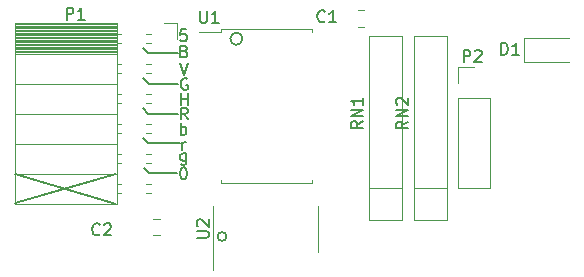
<source format=gto>
G04 #@! TF.GenerationSoftware,KiCad,Pcbnew,(5.1.4)-1*
G04 #@! TF.CreationDate,2020-04-10T17:06:02+01:00*
G04 #@! TF.ProjectId,buffer,62756666-6572-42e6-9b69-6361645f7063,rev?*
G04 #@! TF.SameCoordinates,Original*
G04 #@! TF.FileFunction,Legend,Top*
G04 #@! TF.FilePolarity,Positive*
%FSLAX46Y46*%
G04 Gerber Fmt 4.6, Leading zero omitted, Abs format (unit mm)*
G04 Created by KiCad (PCBNEW (5.1.4)-1) date 2020-04-10 17:06:02*
%MOMM*%
%LPD*%
G04 APERTURE LIST*
%ADD10C,0.150000*%
%ADD11C,0.120000*%
G04 APERTURE END LIST*
D10*
X45658140Y-51135280D02*
G75*
G03X45658140Y-51135280I-374200J0D01*
G01*
X47016782Y-34400960D02*
G75*
G03X47016782Y-34400960I-514782J0D01*
G01*
X27780800Y-48320960D02*
X36315200Y-45882560D01*
X27780800Y-45831760D02*
X36315200Y-48371760D01*
X39083800Y-45755560D02*
X41496800Y-45755560D01*
X38702800Y-45349160D02*
X39083800Y-45755560D01*
X39541000Y-43215560D02*
X41700000Y-43215560D01*
X39617200Y-38237160D02*
X41598400Y-38237160D01*
X39566400Y-40726360D02*
X41547600Y-40726360D01*
X39058400Y-35620960D02*
X41573000Y-35620960D01*
X38626600Y-35189160D02*
X39058400Y-35620960D01*
X39033000Y-43215560D02*
X38626600Y-42809160D01*
X39541000Y-43215560D02*
X39033000Y-43215560D01*
X39058400Y-40726360D02*
X38601200Y-40269160D01*
X39566400Y-40726360D02*
X39058400Y-40726360D01*
X39134600Y-38237160D02*
X38626600Y-37729160D01*
X39617200Y-38237160D02*
X39134600Y-38237160D01*
X41933371Y-43794940D02*
X41933371Y-43128274D01*
X41933371Y-43318750D02*
X41980990Y-43223512D01*
X42028609Y-43175893D01*
X42123847Y-43128274D01*
X42219085Y-43128274D01*
X42365123Y-41229540D02*
X42031790Y-40753350D01*
X41793695Y-41229540D02*
X41793695Y-40229540D01*
X42174647Y-40229540D01*
X42269885Y-40277160D01*
X42317504Y-40324779D01*
X42365123Y-40420017D01*
X42365123Y-40562874D01*
X42317504Y-40658112D01*
X42269885Y-40705731D01*
X42174647Y-40753350D01*
X41793695Y-40753350D01*
X42342904Y-37787960D02*
X42247666Y-37740340D01*
X42104809Y-37740340D01*
X41961952Y-37787960D01*
X41866714Y-37883198D01*
X41819095Y-37978436D01*
X41771476Y-38168912D01*
X41771476Y-38311769D01*
X41819095Y-38502245D01*
X41866714Y-38597483D01*
X41961952Y-38692721D01*
X42104809Y-38740340D01*
X42200047Y-38740340D01*
X42342904Y-38692721D01*
X42390523Y-38645102D01*
X42390523Y-38311769D01*
X42200047Y-38311769D01*
X41969880Y-45284140D02*
X42065119Y-45284140D01*
X42160357Y-45331760D01*
X42207976Y-45379379D01*
X42255595Y-45474617D01*
X42303214Y-45665093D01*
X42303214Y-45903188D01*
X42255595Y-46093664D01*
X42207976Y-46188902D01*
X42160357Y-46236521D01*
X42065119Y-46284140D01*
X41969880Y-46284140D01*
X41874642Y-46236521D01*
X41827023Y-46188902D01*
X41779404Y-46093664D01*
X41731785Y-45903188D01*
X41731785Y-45665093D01*
X41779404Y-45474617D01*
X41827023Y-45379379D01*
X41874642Y-45331760D01*
X41969880Y-45284140D01*
X42101628Y-35447931D02*
X42244485Y-35495550D01*
X42292104Y-35543169D01*
X42339723Y-35638407D01*
X42339723Y-35781264D01*
X42292104Y-35876502D01*
X42244485Y-35924121D01*
X42149247Y-35971740D01*
X41768295Y-35971740D01*
X41768295Y-34971740D01*
X42101628Y-34971740D01*
X42196866Y-35019360D01*
X42244485Y-35066979D01*
X42292104Y-35162217D01*
X42292104Y-35257455D01*
X42244485Y-35352693D01*
X42196866Y-35400312D01*
X42101628Y-35447931D01*
X41768295Y-35447931D01*
X42244485Y-44068074D02*
X42244485Y-44877598D01*
X42196866Y-44972836D01*
X42149247Y-45020455D01*
X42054009Y-45068074D01*
X41911152Y-45068074D01*
X41815914Y-45020455D01*
X42244485Y-44687121D02*
X42149247Y-44734740D01*
X41958771Y-44734740D01*
X41863533Y-44687121D01*
X41815914Y-44639502D01*
X41768295Y-44544264D01*
X41768295Y-44258550D01*
X41815914Y-44163312D01*
X41863533Y-44115693D01*
X41958771Y-44068074D01*
X42149247Y-44068074D01*
X42244485Y-44115693D01*
X41790514Y-42524940D02*
X41790514Y-41524940D01*
X41790514Y-41905893D02*
X41885752Y-41858274D01*
X42076228Y-41858274D01*
X42171466Y-41905893D01*
X42219085Y-41953512D01*
X42266704Y-42048750D01*
X42266704Y-42334464D01*
X42219085Y-42429702D01*
X42171466Y-42477321D01*
X42076228Y-42524940D01*
X41885752Y-42524940D01*
X41790514Y-42477321D01*
X41795285Y-39984940D02*
X41795285Y-38984940D01*
X41795285Y-39461131D02*
X42366714Y-39461131D01*
X42366714Y-39984940D02*
X42366714Y-38984940D01*
X41722266Y-36444940D02*
X42055600Y-37444940D01*
X42388933Y-36444940D01*
X42268295Y-33600140D02*
X41792104Y-33600140D01*
X41744485Y-34076331D01*
X41792104Y-34028712D01*
X41887342Y-33981093D01*
X42125438Y-33981093D01*
X42220676Y-34028712D01*
X42268295Y-34076331D01*
X42315914Y-34171569D01*
X42315914Y-34409664D01*
X42268295Y-34504902D01*
X42220676Y-34552521D01*
X42125438Y-34600140D01*
X41887342Y-34600140D01*
X41792104Y-34552521D01*
X41744485Y-34504902D01*
D11*
X61562340Y-49773660D02*
X64362340Y-49773660D01*
X64362340Y-49773660D02*
X64362340Y-34193660D01*
X64362340Y-34193660D02*
X61562340Y-34193660D01*
X61562340Y-34193660D02*
X61562340Y-49773660D01*
X61562340Y-47063660D02*
X64362340Y-47063660D01*
X65287400Y-36780160D02*
X66617400Y-36780160D01*
X65287400Y-38110160D02*
X65287400Y-36780160D01*
X65287400Y-39380160D02*
X67947400Y-39380160D01*
X67947400Y-39380160D02*
X67947400Y-47060160D01*
X65287400Y-39380160D02*
X65287400Y-47060160D01*
X65287400Y-47060160D02*
X67947400Y-47060160D01*
X27723800Y-33166360D02*
X36353800Y-33166360D01*
X27723800Y-33284455D02*
X36353800Y-33284455D01*
X27723800Y-33402550D02*
X36353800Y-33402550D01*
X27723800Y-33520645D02*
X36353800Y-33520645D01*
X27723800Y-33638740D02*
X36353800Y-33638740D01*
X27723800Y-33756835D02*
X36353800Y-33756835D01*
X27723800Y-33874930D02*
X36353800Y-33874930D01*
X27723800Y-33993025D02*
X36353800Y-33993025D01*
X27723800Y-34111120D02*
X36353800Y-34111120D01*
X27723800Y-34229215D02*
X36353800Y-34229215D01*
X27723800Y-34347310D02*
X36353800Y-34347310D01*
X27723800Y-34465405D02*
X36353800Y-34465405D01*
X27723800Y-34583500D02*
X36353800Y-34583500D01*
X27723800Y-34701595D02*
X36353800Y-34701595D01*
X27723800Y-34819690D02*
X36353800Y-34819690D01*
X27723800Y-34937785D02*
X36353800Y-34937785D01*
X27723800Y-35055880D02*
X36353800Y-35055880D01*
X27723800Y-35173975D02*
X36353800Y-35173975D01*
X27723800Y-35292070D02*
X36353800Y-35292070D01*
X27723800Y-35410165D02*
X36353800Y-35410165D01*
X27723800Y-35528260D02*
X36353800Y-35528260D01*
X36353800Y-34016360D02*
X36763800Y-34016360D01*
X38863800Y-34016360D02*
X39243800Y-34016360D01*
X36353800Y-34736360D02*
X36763800Y-34736360D01*
X38863800Y-34736360D02*
X39243800Y-34736360D01*
X36353800Y-36556360D02*
X36763800Y-36556360D01*
X38863800Y-36556360D02*
X39303800Y-36556360D01*
X36353800Y-37276360D02*
X36763800Y-37276360D01*
X38863800Y-37276360D02*
X39303800Y-37276360D01*
X36353800Y-39096360D02*
X36763800Y-39096360D01*
X38863800Y-39096360D02*
X39303800Y-39096360D01*
X36353800Y-39816360D02*
X36763800Y-39816360D01*
X38863800Y-39816360D02*
X39303800Y-39816360D01*
X36353800Y-41636360D02*
X36763800Y-41636360D01*
X38863800Y-41636360D02*
X39303800Y-41636360D01*
X36353800Y-42356360D02*
X36763800Y-42356360D01*
X38863800Y-42356360D02*
X39303800Y-42356360D01*
X36353800Y-44176360D02*
X36763800Y-44176360D01*
X38863800Y-44176360D02*
X39303800Y-44176360D01*
X36353800Y-44896360D02*
X36763800Y-44896360D01*
X38863800Y-44896360D02*
X39303800Y-44896360D01*
X36353800Y-46716360D02*
X36763800Y-46716360D01*
X38863800Y-46716360D02*
X39303800Y-46716360D01*
X36353800Y-47436360D02*
X36763800Y-47436360D01*
X38863800Y-47436360D02*
X39303800Y-47436360D01*
X27723800Y-35646360D02*
X36353800Y-35646360D01*
X27723800Y-38186360D02*
X36353800Y-38186360D01*
X27723800Y-40726360D02*
X36353800Y-40726360D01*
X27723800Y-43266360D02*
X36353800Y-43266360D01*
X27723800Y-45806360D02*
X36353800Y-45806360D01*
X27723800Y-33046360D02*
X36353800Y-33046360D01*
X36353800Y-33046360D02*
X36353800Y-48406360D01*
X27723800Y-48406360D02*
X36353800Y-48406360D01*
X27723800Y-33046360D02*
X27723800Y-48406360D01*
X41463800Y-33046360D02*
X41463800Y-34376360D01*
X40353800Y-33046360D02*
X41463800Y-33046360D01*
X49052000Y-46610960D02*
X52912000Y-46610960D01*
X52912000Y-46610960D02*
X52912000Y-46375960D01*
X49052000Y-46610960D02*
X45192000Y-46610960D01*
X45192000Y-46610960D02*
X45192000Y-46375960D01*
X49052000Y-33590960D02*
X52912000Y-33590960D01*
X52912000Y-33590960D02*
X52912000Y-33825960D01*
X49052000Y-33590960D02*
X45192000Y-33590960D01*
X45192000Y-33590960D02*
X45192000Y-33825960D01*
X45192000Y-33825960D02*
X43377000Y-33825960D01*
X57313252Y-33410960D02*
X56790748Y-33410960D01*
X57313252Y-31990960D02*
X56790748Y-31990960D01*
X70822000Y-34360960D02*
X70822000Y-36360960D01*
X70822000Y-36360960D02*
X74672000Y-36360960D01*
X70822000Y-34360960D02*
X74672000Y-34360960D01*
X57744720Y-47058580D02*
X60544720Y-47058580D01*
X57744720Y-34188580D02*
X57744720Y-49768580D01*
X60544720Y-34188580D02*
X57744720Y-34188580D01*
X60544720Y-49768580D02*
X60544720Y-34188580D01*
X57744720Y-49768580D02*
X60544720Y-49768580D01*
X39475328Y-49622640D02*
X39997832Y-49622640D01*
X39475328Y-51042640D02*
X39997832Y-51042640D01*
X53419720Y-50500280D02*
X53419720Y-48550280D01*
X53419720Y-50500280D02*
X53419720Y-52450280D01*
X44549720Y-50500280D02*
X44549720Y-48550280D01*
X44549720Y-50500280D02*
X44549720Y-53950280D01*
D10*
X61014720Y-41404136D02*
X60538530Y-41737469D01*
X61014720Y-41975564D02*
X60014720Y-41975564D01*
X60014720Y-41594612D01*
X60062340Y-41499374D01*
X60109959Y-41451755D01*
X60205197Y-41404136D01*
X60348054Y-41404136D01*
X60443292Y-41451755D01*
X60490911Y-41499374D01*
X60538530Y-41594612D01*
X60538530Y-41975564D01*
X61014720Y-40975564D02*
X60014720Y-40975564D01*
X61014720Y-40404136D01*
X60014720Y-40404136D01*
X60109959Y-39975564D02*
X60062340Y-39927945D01*
X60014720Y-39832707D01*
X60014720Y-39594612D01*
X60062340Y-39499374D01*
X60109959Y-39451755D01*
X60205197Y-39404136D01*
X60300435Y-39404136D01*
X60443292Y-39451755D01*
X61014720Y-40023183D01*
X61014720Y-39404136D01*
X65734524Y-36365440D02*
X65734524Y-35365440D01*
X66115477Y-35365440D01*
X66210715Y-35413060D01*
X66258334Y-35460679D01*
X66305953Y-35555917D01*
X66305953Y-35698774D01*
X66258334Y-35794012D01*
X66210715Y-35841631D01*
X66115477Y-35889250D01*
X65734524Y-35889250D01*
X66686905Y-35460679D02*
X66734524Y-35413060D01*
X66829762Y-35365440D01*
X67067858Y-35365440D01*
X67163096Y-35413060D01*
X67210715Y-35460679D01*
X67258334Y-35555917D01*
X67258334Y-35651155D01*
X67210715Y-35794012D01*
X66639286Y-36365440D01*
X67258334Y-36365440D01*
X32122704Y-32771340D02*
X32122704Y-31771340D01*
X32503657Y-31771340D01*
X32598895Y-31818960D01*
X32646514Y-31866579D01*
X32694133Y-31961817D01*
X32694133Y-32104674D01*
X32646514Y-32199912D01*
X32598895Y-32247531D01*
X32503657Y-32295150D01*
X32122704Y-32295150D01*
X33646514Y-32771340D02*
X33075085Y-32771340D01*
X33360800Y-32771340D02*
X33360800Y-31771340D01*
X33265561Y-31914198D01*
X33170323Y-32009436D01*
X33075085Y-32057055D01*
X43440095Y-32053340D02*
X43440095Y-32862864D01*
X43487714Y-32958102D01*
X43535333Y-33005721D01*
X43630571Y-33053340D01*
X43821047Y-33053340D01*
X43916285Y-33005721D01*
X43963904Y-32958102D01*
X44011523Y-32862864D01*
X44011523Y-32053340D01*
X45011523Y-33053340D02*
X44440095Y-33053340D01*
X44725809Y-33053340D02*
X44725809Y-32053340D01*
X44630571Y-32196198D01*
X44535333Y-32291436D01*
X44440095Y-32339055D01*
X53985333Y-32908102D02*
X53937714Y-32955721D01*
X53794857Y-33003340D01*
X53699619Y-33003340D01*
X53556761Y-32955721D01*
X53461523Y-32860483D01*
X53413904Y-32765245D01*
X53366285Y-32574769D01*
X53366285Y-32431912D01*
X53413904Y-32241436D01*
X53461523Y-32146198D01*
X53556761Y-32050960D01*
X53699619Y-32003340D01*
X53794857Y-32003340D01*
X53937714Y-32050960D01*
X53985333Y-32098579D01*
X54937714Y-33003340D02*
X54366285Y-33003340D01*
X54652000Y-33003340D02*
X54652000Y-32003340D01*
X54556761Y-32146198D01*
X54461523Y-32241436D01*
X54366285Y-32289055D01*
X68923904Y-35743340D02*
X68923904Y-34743340D01*
X69162000Y-34743340D01*
X69304857Y-34790960D01*
X69400095Y-34886198D01*
X69447714Y-34981436D01*
X69495333Y-35171912D01*
X69495333Y-35314769D01*
X69447714Y-35505245D01*
X69400095Y-35600483D01*
X69304857Y-35695721D01*
X69162000Y-35743340D01*
X68923904Y-35743340D01*
X70447714Y-35743340D02*
X69876285Y-35743340D01*
X70162000Y-35743340D02*
X70162000Y-34743340D01*
X70066761Y-34886198D01*
X69971523Y-34981436D01*
X69876285Y-35029055D01*
X57197100Y-41399056D02*
X56720910Y-41732389D01*
X57197100Y-41970484D02*
X56197100Y-41970484D01*
X56197100Y-41589532D01*
X56244720Y-41494294D01*
X56292339Y-41446675D01*
X56387577Y-41399056D01*
X56530434Y-41399056D01*
X56625672Y-41446675D01*
X56673291Y-41494294D01*
X56720910Y-41589532D01*
X56720910Y-41970484D01*
X57197100Y-40970484D02*
X56197100Y-40970484D01*
X57197100Y-40399056D01*
X56197100Y-40399056D01*
X57197100Y-39399056D02*
X57197100Y-39970484D01*
X57197100Y-39684770D02*
X56197100Y-39684770D01*
X56339958Y-39780008D01*
X56435196Y-39875246D01*
X56482815Y-39970484D01*
X34919173Y-50941242D02*
X34871554Y-50988861D01*
X34728697Y-51036480D01*
X34633459Y-51036480D01*
X34490601Y-50988861D01*
X34395363Y-50893623D01*
X34347744Y-50798385D01*
X34300125Y-50607909D01*
X34300125Y-50465052D01*
X34347744Y-50274576D01*
X34395363Y-50179338D01*
X34490601Y-50084100D01*
X34633459Y-50036480D01*
X34728697Y-50036480D01*
X34871554Y-50084100D01*
X34919173Y-50131719D01*
X35300125Y-50131719D02*
X35347744Y-50084100D01*
X35442982Y-50036480D01*
X35681078Y-50036480D01*
X35776316Y-50084100D01*
X35823935Y-50131719D01*
X35871554Y-50226957D01*
X35871554Y-50322195D01*
X35823935Y-50465052D01*
X35252506Y-51036480D01*
X35871554Y-51036480D01*
X43157100Y-51262184D02*
X43966624Y-51262184D01*
X44061862Y-51214565D01*
X44109481Y-51166946D01*
X44157100Y-51071708D01*
X44157100Y-50881232D01*
X44109481Y-50785994D01*
X44061862Y-50738375D01*
X43966624Y-50690756D01*
X43157100Y-50690756D01*
X43252339Y-50262184D02*
X43204720Y-50214565D01*
X43157100Y-50119327D01*
X43157100Y-49881232D01*
X43204720Y-49785994D01*
X43252339Y-49738375D01*
X43347577Y-49690756D01*
X43442815Y-49690756D01*
X43585672Y-49738375D01*
X44157100Y-50309803D01*
X44157100Y-49690756D01*
M02*

</source>
